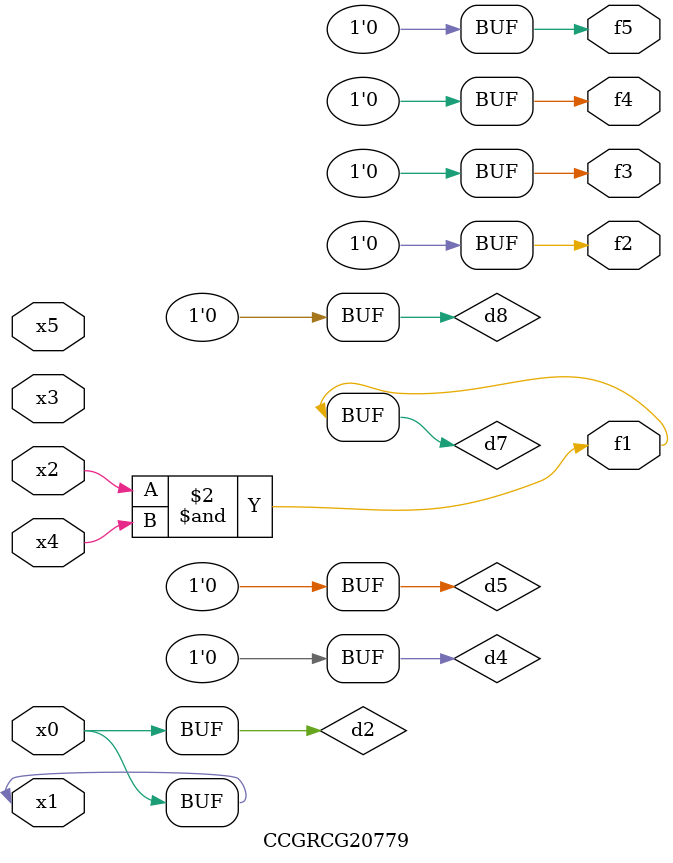
<source format=v>
module CCGRCG20779(
	input x0, x1, x2, x3, x4, x5,
	output f1, f2, f3, f4, f5
);

	wire d1, d2, d3, d4, d5, d6, d7, d8, d9;

	nand (d1, x1);
	buf (d2, x0, x1);
	nand (d3, x2, x4);
	and (d4, d1, d2);
	and (d5, d1, d2);
	nand (d6, d1, d3);
	not (d7, d3);
	xor (d8, d5);
	nor (d9, d5, d6);
	assign f1 = d7;
	assign f2 = d8;
	assign f3 = d8;
	assign f4 = d8;
	assign f5 = d8;
endmodule

</source>
